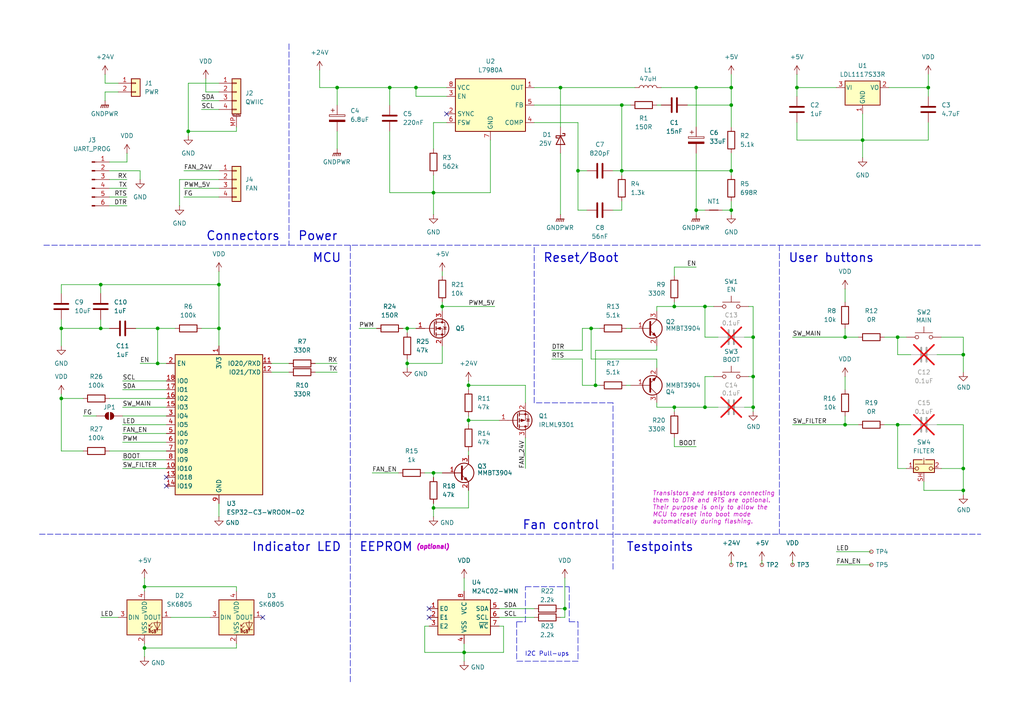
<source format=kicad_sch>
(kicad_sch (version 20231120) (generator "eeschema") (generator_version "8.0")
  (paper "A4")
  (title_block (title "Smart Uppatvind") (date "2024-07-18") (rev "1.1") (company "Petr Moucha") (comment 2 "Licensed under CERN-OHL-W v2"))
  (junction (at 180.34 49.53))
  (junction (at 134.62 189.23))
  (junction (at 204.47 88.9))
  (junction (at 218.44 118.11))
  (junction (at 212.09 25.4))
  (junction (at 260.35 97.79))
  (junction (at 180.34 30.48))
  (junction (at 125.73 147.32))
  (junction (at 120.65 25.4))
  (junction (at 128.27 88.9))
  (junction (at 195.58 88.9))
  (junction (at 172.72 111.76))
  (junction (at 163.83 176.53))
  (junction (at 201.93 60.96))
  (junction (at 279.4 102.87))
  (junction (at 167.64 49.53))
  (junction (at 125.73 137.16))
  (junction (at 212.09 60.96))
  (junction (at 135.89 121.92))
  (junction (at 279.4 142.24))
  (junction (at 125.73 55.88))
  (junction (at 41.91 187.96))
  (junction (at 54.61 38.1))
  (junction (at 245.11 123.19))
  (junction (at 63.5 82.55))
  (junction (at 279.4 135.89))
  (junction (at 218.44 109.22))
  (junction (at 135.89 111.76))
  (junction (at 29.21 82.55))
  (junction (at 245.11 97.79))
  (junction (at 63.5 95.25))
  (junction (at 204.47 118.11))
  (junction (at 17.78 115.57))
  (junction (at 201.93 25.4))
  (junction (at 231.14 25.4))
  (junction (at 45.72 95.25))
  (junction (at 269.24 25.4))
  (junction (at 29.21 95.25))
  (junction (at 118.11 95.25))
  (junction (at 17.78 95.25))
  (junction (at 118.11 105.41))
  (junction (at 218.44 97.79))
  (junction (at 162.56 25.4))
  (junction (at 195.58 118.11))
  (junction (at 260.35 123.19))
  (junction (at 212.09 49.53))
  (junction (at 171.45 95.25))
  (junction (at 212.09 30.48))
  (junction (at 45.72 105.41))
  (junction (at 41.91 170.18))
  (junction (at 250.19 40.64))
  (junction (at 97.79 25.4))
  (junction (at 113.03 25.4))
  (no_connect (at 124.46 179.07))
  (no_connect (at 48.26 138.43))
  (no_connect (at 124.46 176.53))
  (no_connect (at 129.54 33.02))
  (no_connect (at 48.26 140.97))
  (no_connect (at 76.2 179.07))
  (wire (pts (xy 267.97 142.24) (xy 279.4 142.24)))
  (wire (pts (xy 269.24 35.56) (xy 269.24 40.64)))
  (wire (pts (xy 201.93 44.45) (xy 201.93 60.96)))
  (wire (pts (xy 97.79 25.4) (xy 113.03 25.4)))
  (wire (pts (xy 52.07 52.07) (xy 63.5 52.07)))
  (wire (pts (xy 134.62 167.64) (xy 134.62 171.45)))
  (wire (pts (xy 212.09 21.59) (xy 212.09 25.4)))
  (wire (pts (xy 146.05 181.61) (xy 144.78 181.61)))
  (wire (pts (xy 242.57 163.83) (xy 252.73 163.83)))
  (wire (pts (xy 92.71 20.32) (xy 92.71 25.4)))
  (wire (pts (xy 173.99 111.76) (xy 172.72 111.76)))
  (wire (pts (xy 204.47 118.11) (xy 208.28 118.11)))
  (wire (pts (xy 29.21 179.07) (xy 34.29 179.07)))
  (wire (pts (xy 63.5 78.74) (xy 63.5 82.55)))
  (wire (pts (xy 269.24 40.64) (xy 250.19 40.64)))
  (wire (pts (xy 218.44 109.22) (xy 218.44 97.79)))
  (wire (pts (xy 49.53 179.07) (xy 60.96 179.07)))
  (wire (pts (xy 17.78 130.81) (xy 24.13 130.81)))
  (wire (pts (xy 125.73 137.16) (xy 125.73 138.43)))
  (wire (pts (xy 39.37 95.25) (xy 45.72 95.25)))
  (wire (pts (xy 218.44 118.11) (xy 215.9 118.11)))
  (wire (pts (xy 31.75 52.07) (xy 36.83 52.07)))
  (wire (pts (xy 118.11 95.25) (xy 120.65 95.25)))
  (wire (pts (xy 30.48 26.67) (xy 34.29 26.67)))
  (wire (pts (xy 218.44 109.22) (xy 218.44 118.11)))
  (wire (pts (xy 163.83 176.53) (xy 163.83 179.07)))
  (wire (pts (xy 17.78 95.25) (xy 29.21 95.25)))
  (wire (pts (xy 40.64 49.53) (xy 40.64 52.07)))
  (wire (pts (xy 144.78 176.53) (xy 154.94 176.53)))
  (wire (pts (xy 190.5 100.33) (xy 190.5 101.6)))
  (wire (pts (xy 35.56 135.89) (xy 48.26 135.89)))
  (wire (pts (xy 250.19 40.64) (xy 250.19 45.72)))
  (wire (pts (xy 120.65 25.4) (xy 129.54 25.4)))
  (polyline (pts (xy 177.8 116.84) (xy 154.94 116.84)) (stroke (width 0) (type dash)))
  (wire (pts (xy 30.48 29.21) (xy 30.48 26.67)))
  (wire (pts (xy 116.84 95.25) (xy 118.11 95.25)))
  (wire (pts (xy 172.72 101.6) (xy 172.72 111.76)))
  (wire (pts (xy 256.54 123.19) (xy 260.35 123.19)))
  (wire (pts (xy 204.47 88.9) (xy 204.47 97.79)))
  (wire (pts (xy 29.21 92.71) (xy 29.21 95.25)))
  (wire (pts (xy 195.58 118.11) (xy 204.47 118.11)))
  (wire (pts (xy 123.19 137.16) (xy 125.73 137.16)))
  (wire (pts (xy 190.5 101.6) (xy 172.72 101.6)))
  (wire (pts (xy 135.89 130.81) (xy 135.89 132.08)))
  (wire (pts (xy 128.27 88.9) (xy 143.51 88.9)))
  (wire (pts (xy 168.91 95.25) (xy 171.45 95.25)))
  (polyline (pts (xy 12.7 71.12) (xy 83.82 71.12)) (stroke (width 0) (type dash)))
  (wire (pts (xy 207.01 88.9) (xy 204.47 88.9)))
  (wire (pts (xy 279.4 142.24) (xy 279.4 143.51)))
  (wire (pts (xy 260.35 97.79) (xy 262.89 97.79)))
  (wire (pts (xy 269.24 21.59) (xy 269.24 25.4)))
  (wire (pts (xy 31.75 115.57) (xy 48.26 115.57)))
  (wire (pts (xy 162.56 44.45) (xy 162.56 62.23)))
  (polyline (pts (xy 149.86 180.34) (xy 152.4 180.34)) (stroke (width 0) (type dash)))
  (wire (pts (xy 195.58 127) (xy 195.58 129.54)))
  (wire (pts (xy 41.91 167.64) (xy 41.91 170.18)))
  (wire (pts (xy 177.8 60.96) (xy 180.34 60.96)))
  (wire (pts (xy 163.83 167.64) (xy 163.83 176.53)))
  (wire (pts (xy 53.34 49.53) (xy 63.5 49.53)))
  (wire (pts (xy 152.4 127) (xy 152.4 135.89)))
  (wire (pts (xy 212.09 44.45) (xy 212.09 49.53)))
  (polyline (pts (xy 101.6 154.94) (xy 100.33 154.94)) (stroke (width 0) (type dash)))
  (polyline (pts (xy 83.82 12.7) (xy 83.82 71.12)) (stroke (width 0) (type dash)))
  (wire (pts (xy 162.56 25.4) (xy 184.15 25.4)))
  (wire (pts (xy 220.98 162.56) (xy 220.98 163.83)))
  (wire (pts (xy 195.58 88.9) (xy 195.58 87.63)))
  (wire (pts (xy 59.69 22.86) (xy 59.69 26.67)))
  (wire (pts (xy 135.89 123.19) (xy 135.89 121.92)))
  (wire (pts (xy 35.56 128.27) (xy 48.26 128.27)))
  (wire (pts (xy 152.4 116.84) (xy 152.4 111.76)))
  (wire (pts (xy 201.93 60.96) (xy 204.47 60.96)))
  (wire (pts (xy 273.05 97.79) (xy 279.4 97.79)))
  (wire (pts (xy 146.05 189.23) (xy 134.62 189.23)))
  (wire (pts (xy 195.58 119.38) (xy 195.58 118.11)))
  (wire (pts (xy 68.58 170.18) (xy 41.91 170.18)))
  (wire (pts (xy 279.4 135.89) (xy 279.4 142.24)))
  (wire (pts (xy 31.75 49.53) (xy 40.64 49.53)))
  (wire (pts (xy 201.93 60.96) (xy 201.93 62.23)))
  (wire (pts (xy 41.91 186.69) (xy 41.91 187.96)))
  (wire (pts (xy 124.46 181.61) (xy 123.19 181.61)))
  (wire (pts (xy 134.62 189.23) (xy 134.62 191.77)))
  (wire (pts (xy 257.81 25.4) (xy 269.24 25.4)))
  (wire (pts (xy 68.58 38.1) (xy 54.61 38.1)))
  (wire (pts (xy 181.61 111.76) (xy 182.88 111.76)))
  (wire (pts (xy 245.11 83.82) (xy 245.11 87.63)))
  (wire (pts (xy 36.83 44.45) (xy 36.83 46.99)))
  (wire (pts (xy 54.61 38.1) (xy 54.61 39.37)))
  (wire (pts (xy 195.58 77.47) (xy 201.93 77.47)))
  (wire (pts (xy 245.11 120.65) (xy 245.11 123.19)))
  (wire (pts (xy 190.5 116.84) (xy 190.5 118.11)))
  (wire (pts (xy 17.78 82.55) (xy 29.21 82.55)))
  (wire (pts (xy 190.5 90.17) (xy 190.5 88.9)))
  (wire (pts (xy 29.21 82.55) (xy 63.5 82.55)))
  (wire (pts (xy 212.09 162.56) (xy 212.09 163.83)))
  (wire (pts (xy 63.5 82.55) (xy 63.5 95.25)))
  (wire (pts (xy 45.72 105.41) (xy 48.26 105.41)))
  (wire (pts (xy 167.64 49.53) (xy 167.64 60.96)))
  (wire (pts (xy 58.42 31.75) (xy 63.5 31.75)))
  (wire (pts (xy 171.45 95.25) (xy 173.99 95.25)))
  (wire (pts (xy 146.05 181.61) (xy 146.05 189.23)))
  (wire (pts (xy 35.56 120.65) (xy 48.26 120.65)))
  (wire (pts (xy 212.09 30.48) (xy 212.09 36.83)))
  (wire (pts (xy 35.56 133.35) (xy 48.26 133.35)))
  (wire (pts (xy 260.35 135.89) (xy 262.89 135.89)))
  (wire (pts (xy 229.87 97.79) (xy 245.11 97.79)))
  (wire (pts (xy 125.73 146.05) (xy 125.73 147.32)))
  (wire (pts (xy 144.78 179.07) (xy 154.94 179.07)))
  (wire (pts (xy 204.47 97.79) (xy 208.28 97.79)))
  (wire (pts (xy 78.74 105.41) (xy 83.82 105.41)))
  (wire (pts (xy 63.5 95.25) (xy 63.5 100.33)))
  (wire (pts (xy 271.78 102.87) (xy 279.4 102.87)))
  (wire (pts (xy 190.5 30.48) (xy 191.77 30.48)))
  (polyline (pts (xy 167.64 180.34) (xy 167.64 191.77)) (stroke (width 0) (type dash)))
  (wire (pts (xy 134.62 186.69) (xy 134.62 189.23)))
  (wire (pts (xy 68.58 171.45) (xy 68.58 170.18)))
  (wire (pts (xy 63.5 146.05) (xy 63.5 149.86)))
  (wire (pts (xy 279.4 123.19) (xy 279.4 135.89)))
  (polyline (pts (xy 149.86 180.34) (xy 149.86 191.77)) (stroke (width 0) (type dash)))
  (wire (pts (xy 182.88 95.25) (xy 181.61 95.25)))
  (wire (pts (xy 31.75 59.69) (xy 36.83 59.69)))
  (wire (pts (xy 125.73 50.8) (xy 125.73 55.88)))
  (wire (pts (xy 154.94 35.56) (xy 167.64 35.56)))
  (wire (pts (xy 17.78 114.3) (xy 17.78 115.57)))
  (polyline (pts (xy 154.94 116.84) (xy 154.94 71.12)) (stroke (width 0) (type dash)))
  (wire (pts (xy 97.79 38.1) (xy 97.79 43.18)))
  (wire (pts (xy 63.5 24.13) (xy 54.61 24.13)))
  (wire (pts (xy 201.93 25.4) (xy 201.93 36.83)))
  (wire (pts (xy 128.27 88.9) (xy 128.27 90.17)))
  (wire (pts (xy 245.11 109.22) (xy 245.11 113.03)))
  (wire (pts (xy 190.5 88.9) (xy 195.58 88.9)))
  (wire (pts (xy 113.03 38.1) (xy 113.03 55.88)))
  (wire (pts (xy 78.74 107.95) (xy 83.82 107.95)))
  (wire (pts (xy 180.34 49.53) (xy 212.09 49.53)))
  (wire (pts (xy 128.27 87.63) (xy 128.27 88.9)))
  (polyline (pts (xy 167.64 191.77) (xy 149.86 191.77)) (stroke (width 0) (type dash)))
  (polyline (pts (xy 152.4 180.34) (xy 152.4 170.18)) (stroke (width 0) (type dash)))
  (wire (pts (xy 204.47 109.22) (xy 207.01 109.22)))
  (wire (pts (xy 68.58 187.96) (xy 41.91 187.96)))
  (wire (pts (xy 269.24 25.4) (xy 269.24 27.94)))
  (wire (pts (xy 113.03 25.4) (xy 120.65 25.4)))
  (wire (pts (xy 229.87 163.83) (xy 229.87 162.56)))
  (wire (pts (xy 231.14 40.64) (xy 250.19 40.64)))
  (wire (pts (xy 217.17 109.22) (xy 218.44 109.22)))
  (wire (pts (xy 35.56 113.03) (xy 48.26 113.03)))
  (wire (pts (xy 245.11 123.19) (xy 248.92 123.19)))
  (wire (pts (xy 279.4 102.87) (xy 279.4 107.95)))
  (wire (pts (xy 31.75 130.81) (xy 48.26 130.81)))
  (wire (pts (xy 68.58 36.83) (xy 68.58 38.1)))
  (wire (pts (xy 180.34 49.53) (xy 180.34 50.8)))
  (wire (pts (xy 162.56 179.07) (xy 163.83 179.07)))
  (wire (pts (xy 135.89 147.32) (xy 125.73 147.32)))
  (wire (pts (xy 231.14 25.4) (xy 242.57 25.4)))
  (wire (pts (xy 218.44 119.38) (xy 218.44 118.11)))
  (wire (pts (xy 125.73 35.56) (xy 125.73 43.18)))
  (wire (pts (xy 29.21 82.55) (xy 29.21 85.09)))
  (wire (pts (xy 113.03 25.4) (xy 113.03 30.48)))
  (wire (pts (xy 58.42 29.21) (xy 63.5 29.21)))
  (polyline (pts (xy 83.82 71.12) (xy 284.48 71.12)) (stroke (width 0) (type dash)))
  (wire (pts (xy 267.97 139.7) (xy 267.97 142.24)))
  (wire (pts (xy 128.27 105.41) (xy 118.11 105.41)))
  (wire (pts (xy 125.73 137.16) (xy 128.27 137.16)))
  (wire (pts (xy 167.64 49.53) (xy 170.18 49.53)))
  (polyline (pts (xy 165.1 180.34) (xy 167.64 180.34)) (stroke (width 0) (type dash)))
  (wire (pts (xy 91.44 105.41) (xy 97.79 105.41)))
  (wire (pts (xy 113.03 55.88) (xy 125.73 55.88)))
  (wire (pts (xy 118.11 105.41) (xy 118.11 104.14)))
  (wire (pts (xy 135.89 111.76) (xy 152.4 111.76)))
  (wire (pts (xy 171.45 95.25) (xy 171.45 104.14)))
  (wire (pts (xy 162.56 176.53) (xy 163.83 176.53)))
  (polyline (pts (xy 226.06 71.12) (xy 226.06 154.94)) (stroke (width 0) (type dash)))
  (wire (pts (xy 191.77 25.4) (xy 201.93 25.4)))
  (wire (pts (xy 167.64 35.56) (xy 167.64 49.53)))
  (wire (pts (xy 41.91 170.18) (xy 41.91 171.45)))
  (wire (pts (xy 171.45 104.14) (xy 190.5 104.14)))
  (wire (pts (xy 195.58 129.54) (xy 201.93 129.54)))
  (wire (pts (xy 231.14 35.56) (xy 231.14 40.64)))
  (wire (pts (xy 58.42 95.25) (xy 63.5 95.25)))
  (wire (pts (xy 229.87 123.19) (xy 245.11 123.19)))
  (wire (pts (xy 68.58 186.69) (xy 68.58 187.96)))
  (wire (pts (xy 31.75 54.61) (xy 36.83 54.61)))
  (wire (pts (xy 231.14 25.4) (xy 231.14 27.94)))
  (wire (pts (xy 212.09 49.53) (xy 212.09 50.8)))
  (wire (pts (xy 201.93 25.4) (xy 212.09 25.4)))
  (wire (pts (xy 135.89 110.49) (xy 135.89 111.76)))
  (wire (pts (xy 135.89 142.24) (xy 135.89 147.32)))
  (wire (pts (xy 129.54 27.94) (xy 120.65 27.94)))
  (wire (pts (xy 190.5 118.11) (xy 195.58 118.11)))
  (wire (pts (xy 17.78 85.09) (xy 17.78 82.55)))
  (wire (pts (xy 260.35 123.19) (xy 260.35 135.89)))
  (wire (pts (xy 273.05 135.89) (xy 279.4 135.89)))
  (wire (pts (xy 142.24 55.88) (xy 125.73 55.88)))
  (wire (pts (xy 92.71 25.4) (xy 97.79 25.4)))
  (wire (pts (xy 35.56 110.49) (xy 48.26 110.49)))
  (wire (pts (xy 59.69 26.67) (xy 63.5 26.67)))
  (wire (pts (xy 17.78 95.25) (xy 17.78 100.33)))
  (wire (pts (xy 120.65 27.94) (xy 120.65 25.4)))
  (wire (pts (xy 17.78 92.71) (xy 17.78 95.25)))
  (wire (pts (xy 199.39 30.48) (xy 212.09 30.48)))
  (wire (pts (xy 135.89 121.92) (xy 144.78 121.92)))
  (wire (pts (xy 53.34 57.15) (xy 63.5 57.15)))
  (wire (pts (xy 17.78 115.57) (xy 24.13 115.57)))
  (wire (pts (xy 190.5 104.14) (xy 190.5 106.68)))
  (wire (pts (xy 260.35 102.87) (xy 260.35 97.79)))
  (wire (pts (xy 264.16 102.87) (xy 260.35 102.87)))
  (polyline (pts (xy 101.6 154.94) (xy 101.6 198.12)) (stroke (width 0) (type dash)))
  (wire (pts (xy 107.95 137.16) (xy 115.57 137.16)))
  (wire (pts (xy 142.24 40.64) (xy 142.24 55.88)))
  (wire (pts (xy 168.91 101.6) (xy 160.02 101.6)))
  (wire (pts (xy 30.48 24.13) (xy 34.29 24.13)))
  (wire (pts (xy 36.83 46.99) (xy 31.75 46.99)))
  (wire (pts (xy 54.61 24.13) (xy 54.61 38.1)))
  (wire (pts (xy 217.17 88.9) (xy 218.44 88.9)))
  (wire (pts (xy 52.07 52.07) (xy 52.07 59.69)))
  (wire (pts (xy 128.27 100.33) (xy 128.27 105.41)))
  (wire (pts (xy 212.09 25.4) (xy 212.09 30.48)))
  (wire (pts (xy 162.56 25.4) (xy 162.56 36.83)))
  (wire (pts (xy 215.9 97.79) (xy 218.44 97.79)))
  (wire (pts (xy 123.19 189.23) (xy 134.62 189.23)))
  (wire (pts (xy 256.54 97.79) (xy 260.35 97.79)))
  (wire (pts (xy 30.48 21.59) (xy 30.48 24.13)))
  (polyline (pts (xy 101.6 71.12) (xy 101.6 154.94)) (stroke (width 0) (type dash)))
  (wire (pts (xy 91.44 107.95) (xy 97.79 107.95)))
  (wire (pts (xy 24.13 120.65) (xy 27.94 120.65)))
  (wire (pts (xy 31.75 57.15) (xy 36.83 57.15)))
  (wire (pts (xy 135.89 120.65) (xy 135.89 121.92)))
  (wire (pts (xy 212.09 58.42) (xy 212.09 60.96)))
  (wire (pts (xy 118.11 106.68) (xy 118.11 105.41)))
  (wire (pts (xy 195.58 80.01) (xy 195.58 77.47)))
  (polyline (pts (xy 152.4 170.18) (xy 165.1 170.18)) (stroke (width 0) (type dash)))
  (wire (pts (xy 212.09 60.96) (xy 212.09 62.23)))
  (polyline (pts (xy 165.1 170.18) (xy 165.1 180.34)) (stroke (width 0) (type dash)))
  (wire (pts (xy 35.56 125.73) (xy 48.26 125.73)))
  (wire (pts (xy 264.16 123.19) (xy 260.35 123.19)))
  (wire (pts (xy 218.44 88.9) (xy 218.44 97.79)))
  (wire (pts (xy 17.78 115.57) (xy 17.78 130.81)))
  (polyline (pts (xy 11.43 154.94) (xy 284.48 154.94)) (stroke (width 0) (type dash)))
  (wire (pts (xy 154.94 30.48) (xy 180.34 30.48)))
  (wire (pts (xy 204.47 118.11) (xy 204.47 109.22)))
  (wire (pts (xy 40.64 105.41) (xy 45.72 105.41)))
  (wire (pts (xy 45.72 95.25) (xy 45.72 105.41)))
  (wire (pts (xy 104.14 95.25) (xy 109.22 95.25)))
  (wire (pts (xy 209.55 60.96) (xy 212.09 60.96)))
  (wire (pts (xy 125.73 55.88) (xy 125.73 62.23)))
  (wire (pts (xy 154.94 25.4) (xy 162.56 25.4)))
  (wire (pts (xy 129.54 35.56) (xy 125.73 35.56)))
  (wire (pts (xy 172.72 111.76) (xy 168.91 111.76)))
  (wire (pts (xy 279.4 97.79) (xy 279.4 102.87)))
  (wire (pts (xy 180.34 60.96) (xy 180.34 58.42)))
  (wire (pts (xy 250.19 33.02) (xy 250.19 40.64)))
  (wire (pts (xy 245.11 95.25) (xy 245.11 97.79)))
  (wire (pts (xy 29.21 95.25) (xy 31.75 95.25)))
  (wire (pts (xy 271.78 123.19) (xy 279.4 123.19)))
  (wire (pts (xy 118.11 95.25) (xy 118.11 96.52)))
  (wire (pts (xy 245.11 97.79) (xy 248.92 97.79)))
  (wire (pts (xy 168.91 104.14) (xy 168.91 111.76)))
  (wire (pts (xy 97.79 25.4) (xy 97.79 30.48)))
  (wire (pts (xy 168.91 95.25) (xy 168.91 101.6)))
  (wire (pts (xy 242.57 160.02) (xy 252.73 160.02)))
  (wire (pts (xy 35.56 123.19) (xy 48.26 123.19)))
  (wire (pts (xy 180.34 30.48) (xy 180.34 49.53)))
  (wire (pts (xy 195.58 88.9) (xy 204.47 88.9)))
  (polyline (pts (xy 177.8 165.1) (xy 177.8 116.84)) (stroke (width 0) (type dash)))
  (wire (pts (xy 160.02 104.14) (xy 168.91 104.14)))
  (wire (pts (xy 231.14 21.59) (xy 231.14 25.4)))
  (wire (pts (xy 135.89 111.76) (xy 135.89 113.03)))
  (wire (pts (xy 177.8 49.53) (xy 180.34 49.53)))
  (wire (pts (xy 123.19 181.61) (xy 123.19 189.23)))
  (wire (pts (xy 45.72 95.25) (xy 50.8 95.25)))
  (wire (pts (xy 180.34 30.48) (xy 182.88 30.48)))
  (wire (pts (xy 35.56 118.11) (xy 48.26 118.11)))
  (wire (pts (xy 125.73 147.32) (xy 125.73 149.86)))
  (wire (pts (xy 167.64 60.96) (xy 170.18 60.96)))
  (wire (pts (xy 53.34 54.61) (xy 63.5 54.61)))
  (wire (pts (xy 41.91 187.96) (xy 41.91 190.5)))
  (wire (pts (xy 128.27 78.74) (xy 128.27 80.01)))
  (text "Connectors" (at 81.28 68.58 0) (effects (font (size 2.54 2.54) (thickness 0.3175)) (justify right)))
  (text "(optional)" (at 120.65 158.75 0) (effects (font (size 1.27 1.27) (thickness 0.3175) (italic yes)) (justify left)))
  (text "Reset/Boot" (at 157.48 74.93 0) (effects (font (size 2.54 2.54) (thickness 0.3175)) (justify left)))
  (text "Testpoints" (at 181.61 158.75 0) (effects (font (size 2.54 2.54) (thickness 0.3175)) (justify left)))
  (text "EEPROM " (at 104.14 158.75 0) (effects (font (size 2.54 2.54) (thickness 0.3175)) (justify left)))
  (text "Power" (at 86.36 68.58 0) (effects (font (size 2.54 2.54) (thickness 0.3175)) (justify left)))
  (text "MCU" (at 99.06 74.93 0) (effects (font (size 2.54 2.54) (thickness 0.3175)) (justify right)))
  (text "Fan control" (at 173.99 152.4 0) (effects (font (size 2.54 2.54) (thickness 0.3175)) (justify right)))
  (text "Transistors and resistors connecting \nthem to DTR and RTS are optional.\nTheir purpose is only to allow the \nMCU to reset into boot mode \nautomatically during flashing." (at 189.23 147.32 0) (effects (font (size 1.27 1.27) (italic yes)) (justify left)))
  (text "I2C Pull-ups" (at 165.1 190.5 0) (effects (font (size 1.27 1.27)) (justify right bottom)))
  (text "Indicator LED" (at 99.06 158.75 0) (effects (font (size 2.54 2.54) (thickness 0.3175)) (justify right)))
  (text "User buttons" (at 228.6 74.93 0) (effects (font (size 2.54 2.54) (thickness 0.3175)) (justify left)))
  (label "DTR" (at 160.02 101.6 0))
  (label "LED" (at 242.57 160.02 0))
  (label "BOOT" (at 35.56 133.35 0))
  (label "LED" (at 35.56 123.19 0))
  (label "FAN_24V" (at 152.4 135.89 90))
  (label "FAN_EN" (at 242.57 163.83 0))
  (label "DTR" (at 36.83 59.69 180))
  (label "PWM_5V" (at 53.34 54.61 0))
  (label "RX" (at 97.79 105.41 180))
  (label "SDA" (at 58.42 29.21 0))
  (label "TX" (at 36.83 54.61 180))
  (label "EN" (at 201.93 77.47 180))
  (label "FG" (at 24.13 120.65 0))
  (label "PWM" (at 104.14 95.25 0))
  (label "SW_FILTER" (at 229.87 123.19 0))
  (label "SCL" (at 149.86 179.07 180))
  (label "FG" (at 53.34 57.15 0))
  (label "LED" (at 29.21 179.07 0))
  (label "SCL" (at 35.56 110.49 0))
  (label "RX" (at 36.83 52.07 180))
  (label "FAN_EN" (at 107.95 137.16 0))
  (label "TX" (at 97.79 107.95 180))
  (label "FAN_24V" (at 53.34 49.53 0))
  (label "PWM_5V" (at 143.51 88.9 180))
  (label "SCL" (at 58.42 31.75 0))
  (label "EN" (at 40.64 105.41 0))
  (label "FAN_EN" (at 35.56 125.73 0))
  (label "RTS" (at 160.02 104.14 0))
  (label "SW_MAIN" (at 229.87 97.79 0))
  (label "BOOT" (at 201.93 129.54 180))
  (label "RTS" (at 36.83 57.15 180))
  (label "SW_FILTER" (at 35.56 135.89 0))
  (label "SDA" (at 149.86 176.53 180))
  (label "PWM" (at 35.56 128.27 0))
  (label "SW_MAIN" (at 35.56 118.11 0))
  (label "SDA" (at 35.56 113.03 0))
  (symbol (lib_id "Device:C_Polarized") (at 97.79 34.29 0) (unit 1)
    (property "Reference" "C4" (at 101.6 32.1309 0) (effects (justify left)))
    (property "Value" "6.8uF" (at 101.6 34.6709 0) (effects (justify left)))
    (property "Footprint" "Capacitor_THT:C_Radial_D8.0mm_H7.0mm_P3.50mm" (effects (hide yes)))
    (property "Description" "Polarized capacitor" (effects (hide yes)))
  )
  (symbol (lib_id "Device:R") (at 245.11 116.84 0) (unit 1)
    (property "Reference" "R16" (at 242.57 115.5699 0) (effects (justify right)))
    (property "Value" "10k" (at 242.57 118.1099 0) (effects (justify right)))
    (property "Footprint" "Resistor_SMD:R_0805_2012Metric" (effects (hide yes)))
    (property "Description" "Resistor" (effects (hide yes)))
  )
  (symbol (lib_id "Transistor_BJT:MMBT3904") (at 187.96 95.25 0) (unit 1)
    (property "Reference" "Q2" (at 193.04 93.345 0) (effects (justify left)))
    (property "Value" "MMBT3904" (at 193.04 95.25 0) (effects (justify left)))
    (property "Footprint" "Package_TO_SOT_SMD:SOT-23" (effects (hide yes)))
    (property "Datasheet" "https://www.onsemi.com/pdf/datasheet/pzt3904-d.pdf" (effects (hide yes)))
    (property "Description" "0.2A Ic, 40V Vce, Small Signal NPN Transistor, SOT-23" (effects (hide yes)))
  )
  (symbol (lib_id "Device:R") (at 128.27 83.82 0) (unit 1)
    (property "Reference" "R21" (at 130.81 82.55 0) (effects (justify left)))
    (property "Value" "10k" (at 130.81 85.09 0) (effects (justify left)))
    (property "Footprint" "Resistor_SMD:R_0805_2012Metric" (effects (hide yes)))
    (property "Description" "Resistor" (effects (hide yes)))
  )
  (symbol (lib_id "power:GND") (at 279.4 143.51 0) (unit 1)
    (property "Reference" "#PWR026" (effects (hide yes)))
    (property "Value" "GND" (at 279.527 147.9042 0))
  )
  (symbol (lib_id "Device:R") (at 186.69 30.48 90) (unit 1)
    (property "Reference" "R1" (at 186.69 34.29 90))
    (property "Value" "150R" (at 186.69 36.83 90))
    (property "Footprint" "Resistor_SMD:R_0805_2012Metric" (effects (hide yes)))
    (property "Description" "Resistor" (effects (hide yes)))
  )
  (symbol (lib_id "power:GND") (at 118.11 106.68 0) (unit 1)
    (property "Reference" "#PWR033" (effects (hide yes)))
    (property "Value" "GND" (at 120.0151 108.429 0) (effects (justify left)))
  )
  (symbol (lib_id "power:GND") (at 212.09 62.23 0) (unit 1)
    (property "Reference" "#PWR017" (effects (hide yes)))
    (property "Value" "GND" (at 212.09 67.31 0))
    (property "Description" "Power symbol creates a global label with name \"GND\" , ground" (effects (hide yes)))
  )
  (symbol (lib_id "power:VDD") (at 163.83 167.64 0) (mirror y) (unit 1)
    (property "Reference" "#PWR031" (effects (hide yes)))
    (property "Value" "VDD" (at 163.83 162.56 0))
  )
  (symbol (lib_id "Device:R") (at 212.09 54.61 180) (unit 1)
    (property "Reference" "R5" (at 214.63 53.3399 0) (effects (justify right)))
    (property "Value" "698R" (at 214.63 55.8799 0) (effects (justify right)))
    (property "Footprint" "Resistor_SMD:R_0805_2012Metric" (effects (hide yes)))
    (property "Description" "Resistor" (effects (hide yes)))
  )
  (symbol (lib_id "Device:R") (at 180.34 54.61 180) (unit 1)
    (property "Reference" "R4" (at 182.88 53.3399 0) (effects (justify right)))
    (property "Value" "1.3k" (at 182.88 55.8799 0) (effects (justify right)))
    (property "Footprint" "Resistor_SMD:R_0805_2012Metric" (effects (hide yes)))
    (property "Description" "Resistor" (effects (hide yes)))
  )
  (symbol (lib_id "power:GND") (at 218.44 119.38 0) (unit 1)
    (property "Reference" "#PWR024" (effects (hide yes)))
    (property "Value" "GND" (at 218.567 123.7742 0))
  )
  (symbol (lib_id "Moucha_Chip:LDL1117S33R") (at 250.19 25.4 0) (unit 1)
    (property "Reference" "U1" (at 250.19 19.05 0))
    (property "Value" "LDL1117S33R" (at 250.19 21.59 0))
    (property "Footprint" "Package_TO_SOT_SMD:SOT-223-3_TabPin2" (effects (hide yes)))
    (property "Datasheet" "https://www.st.com/resource/en/datasheet/ldl1117.pdf" (effects (hide yes)))
    (property "Description" "1.2A 18V Fixed LDO Linear Regulator, 3.3V, SOT-223" (effects (hide yes)))
  )
  (symbol (lib_id "RF_Module:ESP32-C3-WROOM-02") (at 63.5 123.19 0) (unit 1)
    (property "Reference" "U3" (at 65.6941 146.05 0) (effects (justify left)))
    (property "Value" "ESP32-C3-WROOM-02" (at 65.6941 148.59 0) (effects (justify left)))
    (property "Footprint" "Moucha_Modules:ESP32-CX-WROOM-02" (effects (hide yes)))
    (property "Datasheet" "https://www.espressif.com/sites/default/files/documentation/esp32-c3-wroom-02_datasheet_en.pdf" (effects (hide yes)))
    (property "Description" "802.11 b/g/n Wi­Fi and Bluetooth 5 module, ESP32­C3 SoC, RISC­V microprocessor, On-board antenna" (effects (hide yes)))
  )
  (symbol (lib_id "Regulator_Switching:L7980A") (at 142.24 30.48 0) (unit 1)
    (property "Reference" "U2" (at 142.24 17.78 0))
    (property "Value" "L7980A" (at 142.24 20.32 0))
    (property "Footprint" "Package_SO:HSOP-8-1EP_3.9x4.9mm_P1.27mm_EP2.3x2.3mm" (effects (hide yes)))
    (property "Datasheet" "https://www.st.com/resource/en/datasheet/l7980.pdf" (effects (hide yes)))
    (property "Description" "2A step down switching regulator, HSOP-8" (effects (hide yes)))
  )
  (symbol (lib_id "power:+24V") (at 212.09 162.56 0) (unit 1)
    (property "Reference" "#PWR038" (effects (hide yes)))
    (property "Value" "+24V" (at 212.09 157.48 0))
    (property "Description" "Power symbol creates a global label with name \"+24V\"" (effects (hide yes)))
  )
  (symbol (lib_id "Device:R") (at 158.75 176.53 270) (mirror x) (unit 1)
    (property "Reference" "R22" (at 158.75 171.45 90))
    (property "Value" "2.2k" (at 158.75 173.99 90))
    (property "Footprint" "Resistor_SMD:R_0805_2012Metric" (effects (hide yes)))
    (property "Description" "Resistor" (effects (hide yes)))
  )
  (symbol (lib_id "power:GND") (at 279.4 107.95 0) (unit 1)
    (property "Reference" "#PWR022" (effects (hide yes)))
    (property "Value" "GND" (at 279.527 112.3442 0))
  )
  (symbol (lib_id "Jumper:SolderJumper_2_Open") (at 31.75 120.65 0) (unit 1) (exclude_from_sim yes) (in_bom no)
    (property "Reference" "JP1" (at 31.75 118.11 0))
    (property "Value" "SolderJumper_2_Open" (effects (hide yes)))
    (property "Footprint" "Jumper:SolderJumper-2_P1.3mm_Open_RoundedPad1.0x1.5mm" (effects (hide yes)))
    (property "Description" "Solder Jumper, 2-pole, open" (effects (hide yes)))
  )
  (symbol (lib_id "power:VDD") (at 59.69 22.86 0) (unit 1)
    (property "Reference" "#PWR06" (effects (hide yes)))
    (property "Value" "VDD" (at 59.69 17.78 0))
    (property "Description" "Power symbol creates a global label with name \"VDD\"" (effects (hide yes)))
  )
  (symbol (lib_id "Connector:TestPoint_Small") (at 212.09 163.83 0) (unit 1)
    (property "Reference" "TP1" (at 213.36 163.8299 0) (effects (justify left)))
    (property "Value" "VIN" (effects (hide yes)))
    (property "Footprint" "TestPoint:TestPoint_THTPad_1.0x1.0mm_Drill0.5mm" (effects (hide yes)))
    (property "Description" "test point" (effects (hide yes)))
  )
  (symbol (lib_id "Device:Q_NMOS_GSD") (at 125.73 95.25 0) (unit 1)
    (property "Reference" "Q5" (at 132.08 95.2499 0) (effects (justify left)))
    (property "Value" "Q_NMOS_GSD" (effects (hide yes)))
    (property "Footprint" "Package_TO_SOT_SMD:SOT-23" (effects (hide yes)))
  )
  (symbol (lib_id "Device:C") (at 212.09 97.79 270) (unit 1) (dnp yes)
    (property "Reference" "C13" (at 212.09 91.3892 90))
    (property "Value" "0.1uF" (at 212.09 93.7006 90))
    (property "Footprint" "Capacitor_SMD:C_0805_2012Metric" (effects (hide yes)))
  )
  (symbol (lib_id "Device:C_Polarized") (at 201.93 40.64 0) (unit 1)
    (property "Reference" "C6" (at 205.74 38.4809 0) (effects (justify left)))
    (property "Value" "33uF" (at 205.74 41.0209 0) (effects (justify left)))
    (property "Footprint" "Capacitor_SMD:CP_Elec_5x5.9" (effects (hide yes)))
    (property "Description" "Polarized capacitor" (effects (hide yes)))
  )
  (symbol (lib_id "power:GND") (at 52.07 59.69 0) (unit 1)
    (property "Reference" "#PWR013" (effects (hide yes)))
    (property "Value" "GND" (at 52.07 64.77 0))
    (property "Description" "Power symbol creates a global label with name \"GND\" , ground" (effects (hide yes)))
  )
  (symbol (lib_id "Transistor_BJT:MMBT3904") (at 133.35 137.16 0) (unit 1)
    (property "Reference" "Q3" (at 138.43 135.255 0) (effects (justify left)))
    (property "Value" "MMBT3904" (at 138.43 137.16 0) (effects (justify left)))
    (property "Footprint" "Package_TO_SOT_SMD:SOT-23" (effects (hide yes)))
    (property "Datasheet" "https://www.onsemi.com/pdf/datasheet/pzt3904-d.pdf" (effects (hide yes)))
    (property "Description" "0.2A Ic, 40V Vce, Small Signal NPN Transistor, SOT-23" (effects (hide yes)))
  )
  (symbol (lib_id "Switch:SW_Push") (at 212.09 88.9 0) (unit 1)
    (property "Reference" "SW1" (at 212.09 81.661 0))
    (property "Value" "EN" (at 212.09 83.9724 0))
    (property "Footprint" "Moucha_Primitives:SW_Push_1P1T_Vertical_3x4mm" (effects (hide yes)))
    (property "LCSC" "C589212" (effects (hide yes)))
  )
  (symbol (lib_id "Device:C") (at 173.99 49.53 90) (unit 1)
    (property "Reference" "C7" (at 173.99 41.91 90))
    (property "Value" "820pF" (at 173.99 44.45 90))
    (property "Footprint" "Capacitor_SMD:C_0805_2012Metric" (effects (hide yes)))
    (property "Description" "Unpolarized capacitor" (effects (hide yes)))
  )
  (symbol (lib_id "LED:SK6805") (at 41.91 179.07 0) (unit 1)
    (property "Reference" "D2" (at 52.07 172.7514 0))
    (property "Value" "SK6805" (at 52.07 175.2914 0))
    (property "Footprint" "Moucha_Primitives:LED_SK6805_EC14_1.4x1.4mm" (effects (hide yes)))
    (property "Datasheet" "https://cdn-shop.adafruit.com/product-files/3484/3484_Datasheet.pdf" (effects (hide yes)))
    (property "Description" "RGB LED with integrated controller" (effects (hide yes)))
  )
  (symbol (lib_id "power:+24V") (at 92.71 20.32 0) (unit 1)
    (property "Reference" "#PWR01" (effects (hide yes)))
    (property "Value" "+24V" (at 92.71 15.24 0))
    (property "Description" "Power symbol creates a global label with name \"+24V\"" (effects (hide yes)))
  )
  (symbol (lib_id "Device:R") (at 212.09 40.64 180) (unit 1)
    (property "Reference" "R2" (at 214.63 39.3699 0) (effects (justify right)))
    (property "Value" "5.1k" (at 214.63 41.9099 0) (effects (justify right)))
    (property "Footprint" "Resistor_SMD:R_0805_2012Metric" (effects (hide yes)))
    (property "Description" "Resistor" (effects (hide yes)))
  )
  (symbol (lib_id "Device:C") (at 195.58 30.48 90) (unit 1)
    (property "Reference" "C1" (at 195.58 35.56 90))
    (property "Value" "15nF" (at 195.58 38.1 90))
    (property "Footprint" "Capacitor_SMD:C_0805_2012Metric" (effects (hide yes)))
    (property "Description" "Unpolarized capacitor" (effects (hide yes)))
  )
  (symbol (lib_id "Device:R") (at 245.11 91.44 0) (unit 1)
    (property "Reference" "R8" (at 242.57 90.1699 0) (effects (justify right)))
    (property "Value" "10k" (at 242.57 92.7099 0) (effects (justify right)))
    (property "Footprint" "Resistor_SMD:R_0805_2012Metric" (effects (hide yes)))
    (property "Description" "Resistor" (effects (hide yes)))
  )
  (symbol (lib_id "Transistor_BJT:MMBT3904") (at 187.96 111.76 0) (mirror x) (unit 1)
    (property "Reference" "Q4" (at 193.04 113.665 0) (effects (justify left)))
    (property "Value" "MMBT3904" (at 193.04 111.76 0) (effects (justify left)))
    (property "Footprint" "Package_TO_SOT_SMD:SOT-23" (effects (hide yes)))
    (property "Datasheet" "https://www.onsemi.com/pdf/datasheet/pzt3904-d.pdf" (effects (hide yes)))
    (property "Description" "0.2A Ic, 40V Vce, Small Signal NPN Transistor, SOT-23" (effects (hide yes)))
  )
  (symbol (lib_id "Connector_Generic_MountingPin:Conn_01x04_MountingPin") (at 68.58 26.67 0) (unit 1)
    (property "Reference" "J2" (at 71.12 27.0255 0) (effects (justify left)))
    (property "Value" "QWIIC" (at 71.12 29.5655 0) (effects (justify left)))
    (property "Footprint" "Connector_JST:JST_SH_SM04B-SRSS-TB_1x04-1MP_P1.00mm_Horizontal" (effects (hide yes)))
    (property "Description" "Generic connectable mounting pin connector, single row, 01x04, script generated (kicad-library-utils/schlib/autogen/connector/)" (effects (hide yes)))
  )
  (symbol (lib_id "power:GND") (at 63.5 149.86 0) (unit 1)
    (property "Reference" "#PWR027" (effects (hide yes)))
    (property "Value" "GND" (at 65.4051 151.609 0) (effects (justify left)))
  )
  (symbol (lib_id "Device:R") (at 87.63 107.95 90) (unit 1)
    (property "Reference" "R10" (at 87.63 111.76 90))
    (property "Value" "330R" (at 87.63 114.3 90))
    (property "Footprint" "Resistor_SMD:R_0805_2012Metric" (effects (hide yes)))
    (property "LCSC" "C25104" (effects (hide yes)))
  )
  (symbol (lib_id "power:GND") (at 17.78 100.33 0) (unit 1)
    (property "Reference" "#PWR020" (effects (hide yes)))
    (property "Value" "GND" (at 17.78 105.41 0))
    (property "Description" "Power symbol creates a global label with name \"GND\" , ground" (effects (hide yes)))
  )
  (symbol (lib_id "Device:R") (at 87.63 105.41 90) (unit 1)
    (property "Reference" "R7" (at 87.63 99.06 90))
    (property "Value" "330R" (at 87.63 101.6 90))
    (property "Footprint" "Resistor_SMD:R_0805_2012Metric" (effects (hide yes)))
    (property "LCSC" "C25104" (effects (hide yes)))
  )
  (symbol (lib_id "Device:D_Schottky") (at 162.56 40.64 270) (unit 1)
    (property "Reference" "D1" (at 160.02 39.0524 90) (effects (justify right)))
    (property "Value" "25V" (at 160.02 41.5924 90) (effects (justify right)))
    (property "Footprint" "Diode_SMD:D_SMA" (effects (hide yes)))
    (property "Description" "Schottky diode" (effects (hide yes)))
  )
  (symbol (lib_id "Device:R") (at 177.8 95.25 270) (unit 1)
    (property "Reference" "R13" (at 177.8 88.9 90))
    (property "Value" "5.1k" (at 177.8 91.44 90))
    (property "Footprint" "Resistor_SMD:R_0805_2012Metric" (effects (hide yes)))
    (property "Description" "Resistor" (effects (hide yes)))
  )
  (symbol (lib_id "power:VDD") (at 63.5 78.74 0) (unit 1)
    (property "Reference" "#PWR018" (effects (hide yes)))
    (property "Value" "VDD" (at 63.5 73.66 0))
    (property "Description" "Power symbol creates a global label with name \"VDD\"" (effects (hide yes)))
  )
  (symbol (lib_id "Device:R") (at 125.73 46.99 180) (unit 1)
    (property "Reference" "R3" (at 128.27 45.7199 0) (effects (justify right)))
    (property "Value" "562k" (at 128.27 48.2599 0) (effects (justify right)))
    (property "Footprint" "Resistor_SMD:R_0805_2012Metric" (effects (hide yes)))
    (property "Description" "Resistor" (effects (hide yes)))
  )
  (symbol (lib_id "Device:R") (at 135.89 127 0) (unit 1)
    (property "Reference" "R14" (at 138.43 125.7299 0) (effects (justify left)))
    (property "Value" "47k" (at 138.43 128.2699 0) (effects (justify left)))
    (property "Footprint" "Resistor_SMD:R_0805_2012Metric" (effects (hide yes)))
    (property "Description" "Resistor" (effects (hide yes)))
  )
  (symbol (lib_id "Device:L") (at 187.96 25.4 90) (unit 1)
    (property "Reference" "L1" (at 187.96 20.32 90))
    (property "Value" "47uH" (at 187.96 22.86 90))
    (property "Footprint" "Inductor_SMD:L_Coilcraft_MSS1278H-XXX" (effects (hide yes)))
    (property "Description" "Inductor" (effects (hide yes)))
  )
  (symbol (lib_id "LED:SK6805") (at 68.58 179.07 0) (unit 1)
    (property "Reference" "D3" (at 78.74 172.7514 0))
    (property "Value" "SK6805" (at 78.74 175.2914 0))
    (property "Footprint" "Moucha_Primitives:LED_SK6805_EC14_1.4x1.4mm" (effects (hide yes)))
    (property "Datasheet" "https://cdn-shop.adafruit.com/product-files/3484/3484_Datasheet.pdf" (effects (hide yes)))
    (property "Description" "RGB LED with integrated controller" (effects (hide yes)))
  )
  (symbol (lib_id "power:+5V") (at 41.91 167.64 0) (unit 1)
    (property "Reference" "#PWR030" (effects (hide yes)))
    (property "Value" "+5V" (at 41.91 162.56 0))
    (property "Description" "Power symbol creates a global label with name \"+5V\"" (effects (hide yes)))
  )
  (symbol (lib_id "power:GND") (at 125.73 149.86 0) (unit 1)
    (property "Reference" "#PWR025" (effects (hide yes)))
    (property "Value" "GND" (at 127.6351 151.609 0) (effects (justify left)))
  )
  (symbol (lib_id "Device:NetTie_2") (at 207.01 60.96 0) (unit 1) (in_bom no)
    (property "Reference" "NT1" (at 207.01 58.42 0))
    (property "Footprint" "NetTie:NetTie-2_SMD_Pad2.0mm" (effects (hide yes)))
    (property "Description" "Net tie, 2 pins" (effects (hide yes)))
  )
  (symbol (lib_id "Connector:TestPoint_Small") (at 252.73 160.02 0) (unit 1)
    (property "Reference" "TP4" (at 254 160.0199 0) (effects (justify left)))
    (property "Value" "LED" (effects (hide yes)))
    (property "Footprint" "TestPoint:TestPoint_Pad_1.0x1.0mm" (effects (hide yes)))
    (property "Description" "test point" (effects (hide yes)))
  )
  (symbol (lib_id "Connector:TestPoint_Small") (at 220.98 163.83 0) (unit 1)
    (property "Reference" "TP2" (at 222.25 163.8299 0) (effects (justify left)))
    (property "Value" "+5V" (effects (hide yes)))
    (property "Footprint" "TestPoint:TestPoint_THTPad_1.0x1.0mm_Drill0.5mm" (effects (hide yes)))
    (property "Description" "test point" (effects (hide yes)))
  )
  (symbol (lib_id "Device:C") (at 212.09 118.11 270) (unit 1) (dnp yes)
    (property "Reference" "C14" (at 212.09 111.7092 90))
    (property "Value" "0.1uF" (at 212.09 114.0206 90))
    (property "Footprint" "Capacitor_SMD:C_0805_2012Metric" (effects (hide yes)))
  )
  (symbol (lib_id "Switch:SW_Push_Shielded") (at 267.97 135.89 0) (unit 1)
    (property "Reference" "SW4" (at 267.97 128.27 0))
    (property "Value" "FILTER" (at 267.97 130.81 0))
    (property "Footprint" "Moucha_Primitives:SW_Tactile_G-Switch_GT-TC102B_Angled" (effects (hide yes)))
    (property "Description" "Generic push-button switch, two contact pins and shield pin(s)" (effects (hide yes)))
  )
  (symbol (lib_id "Device:C") (at 29.21 88.9 0) (unit 1)
    (property "Reference" "C10" (at 33.02 87.6299 0) (effects (justify left)))
    (property "Value" "1uF" (at 33.02 90.1699 0) (effects (justify left)))
    (property "Footprint" "Capacitor_SMD:C_0805_2012Metric" (effects (hide yes)))
    (property "Description" "Unpolarized capacitor" (effects (hide yes)))
  )
  (symbol (lib_id "Device:R") (at 195.58 123.19 0) (unit 1)
    (property "Reference" "R20" (at 193.04 121.92 0) (effects (justify right)))
    (property "Value" "330R" (at 193.04 124.46 0) (effects (justify right)))
    (property "Footprint" "Resistor_SMD:R_0805_2012Metric" (effects (hide yes)))
    (property "Description" "Resistor" (effects (hide yes)))
  )
  (symbol (lib_id "Device:C") (at 267.97 102.87 270) (unit 1) (dnp yes)
    (property "Reference" "C12" (at 267.97 107.95 90))
    (property "Value" "0.1uF" (at 267.97 110.49 90))
    (property "Footprint" "Capacitor_SMD:C_0805_2012Metric" (effects (hide yes)))
    (property "Description" "Unpolarized capacitor" (effects (hide yes)))
  )
  (symbol (lib_id "power:+5V") (at 220.98 162.56 0) (unit 1)
    (property "Reference" "#PWR037" (effects (hide yes)))
    (property "Value" "+5V" (at 220.98 157.48 0))
    (property "Description" "Power symbol creates a global label with name \"+5V\"" (effects (hide yes)))
  )
  (symbol (lib_id "power:GNDPWR") (at 162.56 62.23 0) (unit 1)
    (property "Reference" "#PWR015" (effects (hide yes)))
    (property "Value" "GNDPWR" (at 162.433 66.04 0))
    (property "Description" "Power symbol creates a global label with name \"GNDPWR\" , global ground" (effects (hide yes)))
  )
  (symbol (lib_id "power:+5V") (at 231.14 21.59 0) (unit 1)
    (property "Reference" "#PWR04" (effects (hide yes)))
    (property "Value" "+5V" (at 231.14 16.51 0))
    (property "Description" "Power symbol creates a global label with name \"+5V\"" (effects (hide yes)))
  )
  (symbol (lib_id "power:VDD") (at 245.11 83.82 0) (unit 1)
    (property "Reference" "#PWR019" (effects (hide yes)))
    (property "Value" "VDD" (at 245.11 78.74 0))
    (property "Description" "Power symbol creates a global label with name \"VDD\"" (effects (hide yes)))
  )
  (symbol (lib_id "power:GNDPWR") (at 30.48 29.21 0) (unit 1)
    (property "Reference" "#PWR07" (effects (hide yes)))
    (property "Value" "GNDPWR" (at 30.353 33.02 0))
    (property "Description" "Power symbol creates a global label with name \"GNDPWR\" , global ground" (effects (hide yes)))
  )
  (symbol (lib_id "Device:C") (at 267.97 123.19 270) (unit 1) (dnp yes)
    (property "Reference" "C15" (at 267.97 116.84 90))
    (property "Value" "0.1uF" (at 267.97 119.38 90))
    (property "Footprint" "Capacitor_SMD:C_0805_2012Metric" (effects (hide yes)))
    (property "Description" "Unpolarized capacitor" (effects (hide yes)))
  )
  (symbol (lib_id "power:GND") (at 125.73 62.23 0) (unit 1)
    (property "Reference" "#PWR014" (effects (hide yes)))
    (property "Value" "GND" (at 125.73 67.31 0))
    (property "Description" "Power symbol creates a global label with name \"GND\" , ground" (effects (hide yes)))
  )
  (symbol (lib_id "Device:R") (at 158.75 179.07 270) (mirror x) (unit 1)
    (property "Reference" "R23" (at 158.75 181.61 90))
    (property "Value" "2.2k" (at 158.75 184.15 90))
    (property "Footprint" "Resistor_SMD:R_0805_2012Metric" (effects (hide yes)))
    (property "Description" "Resistor" (effects (hide yes)))
  )
  (symbol (lib_id "Device:R") (at 252.73 97.79 270) (unit 1)
    (property "Reference" "R12" (at 252.73 90.17 90))
    (property "Value" "0R" (at 252.73 92.71 90))
    (property "Footprint" "Resistor_SMD:R_0805_2012Metric" (effects (hide yes)))
    (property "Description" "Resistor" (effects (hide yes)))
  )
  (symbol (lib_id "Transistor_FET:IRLML9301") (at 149.86 121.92 0) (mirror x) (unit 1)
    (property "Reference" "Q1" (at 156.21 120.6499 0) (effects (justify left)))
    (property "Value" "IRLML9301" (at 156.21 123.1899 0) (effects (justify left)))
    (property "Footprint" "Package_TO_SOT_SMD:SOT-23" (effects (hide yes)))
    (property "Datasheet" "https://www.infineon.com/dgdl/irlml9301pbf.pdf?fileId=5546d462533600a401535668e5e42640" (effects (hide yes)))
    (property "Description" "-3.6A Id, -30V Vds, 64mOhm Rds, P-Channel HEXFET Power MOSFET, SOT-23" (effects (hide yes)))
  )
  (symbol (lib_id "power:VDD") (at 36.83 44.45 0) (unit 1)
    (property "Reference" "#PWR09" (effects (hide yes)))
    (property "Value" "VDD" (at 36.83 39.37 0))
    (property "Description" "Power symbol creates a global label with name \"VDD\"" (effects (hide yes)))
  )
  (symbol (lib_id "Memory_EEPROM:M24C02-WMN") (at 134.62 179.07 0) (unit 1)
    (property "Reference" "U4" (at 136.8141 168.91 0) (effects (justify left)))
    (property "Value" "M24C02-WMN" (at 136.8141 171.45 0) (effects (justify left)))
    (property "Footprint" "Package_SO:SOIC-8_3.9x4.9mm_P1.27mm" (effects (hide yes)))
    (property "Datasheet" "http://www.st.com/content/ccc/resource/technical/document/datasheet/b0/d8/50/40/5a/85/49/6f/DM00071904.pdf/files/DM00071904.pdf/jcr:content/translations/en.DM00071904.pdf" (effects (hide yes)))
    (property "Description" "2Kb (256x8) I2C Serial EEPROM, 2.5-5.5V, SOIC-8" (effects (hide yes)))
  )
  (symbol (lib_id "Connector_Generic:Conn_01x02") (at 39.37 24.13 0) (unit 1)
    (property "Reference" "J1" (at 41.91 24.1299 0) (effects (justify left)))
    (property "Value" "PWR" (at 41.91 26.6699 0) (effects (justify left)))
    (property "Footprint" "Connector_JST:JST_XH_B2B-XH-A_1x02_P2.50mm_Vertical" (effects (hide yes)))
    (property "Description" "Generic connector, single row, 01x02, script generated (kicad-library-utils/schlib/autogen/connector/)" (effects (hide yes)))
  )
  (symbol (lib_id "Device:R") (at 119.38 137.16 270) (unit 1)
    (property "Reference" "R15" (at 119.38 130.81 90))
    (property "Value" "1k" (at 119.38 133.35 90))
    (property "Footprint" "Resistor_SMD:R_0805_2012Metric" (effects (hide yes)))
    (property "Description" "Resistor" (effects (hide yes)))
  )
  (symbol (lib_id "power:GND") (at 41.91 190.5 0) (unit 1)
    (property "Reference" "#PWR032" (effects (hide yes)))
    (property "Value" "GND" (at 43.8151 192.249 0) (effects (justify left)))
  )
  (symbol (lib_id "Device:C") (at 35.56 95.25 270) (unit 1)
    (property "Reference" "C11" (at 35.56 100.33 90))
    (property "Value" "1uF" (at 35.56 102.87 90))
    (property "Footprint" "Capacitor_SMD:C_0805_2012Metric" (effects (hide yes)))
    (property "Description" "Unpolarized capacitor" (effects (hide yes)))
  )
  (symbol (lib_id "Device:R") (at 177.8 111.76 270) (unit 1)
    (property "Reference" "R17" (at 177.8 105.41 90))
    (property "Value" "5.1k" (at 177.8 107.95 90))
    (property "Footprint" "Resistor_SMD:R_0805_2012Metric" (effects (hide yes)))
    (property "Description" "Resistor" (effects (hide yes)))
  )
  (symbol (lib_id "power:GNDPWR") (at 97.79 43.18 0) (unit 1)
    (property "Reference" "#PWR011" (effects (hide yes)))
    (property "Value" "GNDPWR" (at 97.663 46.99 0))
    (property "Description" "Power symbol creates a global label with name \"GNDPWR\" , global ground" (effects (hide yes)))
  )
  (symbol (lib_id "power:+5V") (at 212.09 21.59 0) (unit 1)
    (property "Reference" "#PWR03" (effects (hide yes)))
    (property "Value" "+5V" (at 212.09 16.51 0))
    (property "Description" "Power symbol creates a global label with name \"+5V\"" (effects (hide yes)))
  )
  (symbol (lib_id "Connector:TestPoint_Small") (at 229.87 163.83 0) (unit 1)
    (property "Reference" "TP3" (at 231.14 163.8299 0) (effects (justify left)))
    (property "Value" "VDD" (effects (hide yes)))
    (property "Footprint" "TestPoint:TestPoint_THTPad_1.0x1.0mm_Drill0.5mm" (effects (hide yes)))
    (property "Description" "test point" (effects (hide yes)))
  )
  (symbol (lib_id "Device:C") (at 17.78 88.9 0) (unit 1)
    (property "Reference" "C9" (at 21.59 87.6299 0) (effects (justify left)))
    (property "Value" "10uF" (at 21.59 90.1699 0) (effects (justify left)))
    (property "Footprint" "Capacitor_SMD:C_0805_2012Metric" (effects (hide yes)))
    (property "Description" "Unpolarized capacitor" (effects (hide yes)))
  )
  (symbol (lib_id "power:GND") (at 54.61 39.37 0) (unit 1)
    (property "Reference" "#PWR08" (effects (hide yes)))
    (property "Value" "GND" (at 54.61 44.45 0))
    (property "Description" "Power symbol creates a global label with name \"GND\" , ground" (effects (hide yes)))
  )
  (symbol (lib_id "power:GND") (at 250.19 45.72 0) (unit 1)
    (property "Reference" "#PWR010" (effects (hide yes)))
    (property "Value" "GND" (at 250.19 50.8 0))
    (property "Description" "Power symbol creates a global label with name \"GND\" , ground" (effects (hide yes)))
  )
  (symbol (lib_id "power:GND") (at 40.64 52.07 0) (unit 1)
    (property "Reference" "#PWR012" (effects (hide yes)))
    (property "Value" "GND" (at 40.64 57.15 0))
    (property "Description" "Power symbol creates a global label with name \"GND\" , ground" (effects (hide yes)))
  )
  (symbol (lib_id "Device:R") (at 118.11 100.33 0) (unit 1)
    (property "Reference" "R25" (at 120.65 99.06 0) (effects (justify left)))
    (property "Value" "47k" (at 120.65 101.6 0) (effects (justify left)))
    (property "Footprint" "Resistor_SMD:R_0805_2012Metric" (effects (hide yes)))
    (property "Description" "Resistor" (effects (hide yes)))
  )
  (symbol (lib_id "power:VDD") (at 134.62 167.64 0) (unit 1)
    (property "Reference" "#PWR029" (effects (hide yes)))
    (property "Value" "VDD" (at 134.62 162.56 0))
  )
  (symbol (lib_id "power:GNDPWR") (at 201.93 62.23 0) (unit 1)
    (property "Reference" "#PWR016" (effects (hide yes)))
    (property "Value" "GNDPWR" (at 201.803 66.04 0))
    (property "Description" "Power symbol creates a global label with name \"GNDPWR\" , global ground" (effects (hide yes)))
  )
  (symbol (lib_id "Device:R") (at 135.89 116.84 0) (unit 1)
    (property "Reference" "R11" (at 138.43 115.5699 0) (effects (justify left)))
    (property "Value" "47k" (at 138.43 118.1099 0) (effects (justify left)))
    (property "Footprint" "Resistor_SMD:R_0805_2012Metric" (effects (hide yes)))
    (property "Description" "Resistor" (effects (hide yes)))
  )
  (symbol (lib_id "power:VDD") (at 17.78 114.3 0) (unit 1)
    (property "Reference" "#PWR035" (effects (hide yes)))
    (property "Value" "VDD" (at 17.78 109.22 0))
    (property "Description" "Power symbol creates a global label with name \"VDD\"" (effects (hide yes)))
  )
  (symbol (lib_id "Device:C") (at 269.24 31.75 0) (unit 1)
    (property "Reference" "C3" (at 273.05 30.4799 0) (effects (justify left)))
    (property "Value" "4.7uF" (at 273.05 33.0199 0) (effects (justify left)))
    (property "Footprint" "Capacitor_SMD:C_0805_2012Metric" (effects (hide yes)))
    (property "Description" "Unpolarized capacitor" (effects (hide yes)))
  )
  (symbol (lib_id "Switch:SW_Push") (at 212.09 109.22 0) (unit 1)
    (property "Reference" "SW3" (at 212.09 101.981 0))
    (property "Value" "BOOT" (at 212.09 104.2924 0))
    (property "Footprint" "Moucha_Primitives:SW_Push_1P1T_Vertical_3x4mm" (effects (hide yes)))
    (property "LCSC" "C589212" (effects (hide yes)))
  )
  (symbol (lib_id "Connector:TestPoint_Small") (at 252.73 163.83 0) (unit 1)
    (property "Reference" "TP5" (at 254 163.8299 0) (effects (justify left)))
    (property "Value" "FAN_EN" (effects (hide yes)))
    (property "Footprint" "TestPoint:TestPoint_Pad_1.0x1.0mm" (effects (hide yes)))
    (property "Description" "test point" (effects (hide yes)))
  )
  (symbol (lib_id "Connector_Generic:Conn_01x04") (at 68.58 52.07 0) (unit 1)
    (property "Reference" "J4" (at 71.12 52.0699 0) (effects (justify left)))
    (property "Value" "FAN" (at 71.12 54.6099 0) (effects (justify left)))
    (property "Footprint" "Connector_JST:JST_XH_B4B-XH-A_1x04_P2.50mm_Vertical" (effects (hide yes)))
    (property "Description" "Generic connector, single row, 01x04, script generated (kicad-library-utils/schlib/autogen/connector/)" (effects (hide yes)))
  )
  (symbol (lib_id "Device:C") (at 173.99 60.96 90) (unit 1)
    (property "Reference" "C8" (at 173.99 66.04 90))
    (property "Value" "56nF" (at 173.99 68.58 90))
    (property "Footprint" "Capacitor_SMD:C_0805_2012Metric" (effects (hide yes)))
    (property "Description" "Unpolarized capacitor" (effects (hide yes)))
  )
  (symbol (lib_id "power:VDD") (at 269.24 21.59 0) (unit 1)
    (property "Reference" "#PWR05" (effects (hide yes)))
    (property "Value" "VDD" (at 269.24 16.51 0))
    (property "Description" "Power symbol creates a global label with name \"VDD\"" (effects (hide yes)))
  )
  (symbol (lib_id "Device:R") (at 27.94 130.81 270) (unit 1)
    (property "Reference" "R27" (at 27.94 124.46 90))
    (property "Value" "100k" (at 27.94 127 90))
    (property "Footprint" "Resistor_SMD:R_0805_2012Metric" (effects (hide yes)))
    (property "Description" "Resistor" (effects (hide yes)))
  )
  (symbol (lib_id "power:VDD") (at 229.87 162.56 0) (unit 1)
    (property "Reference" "#PWR036" (effects (hide yes)))
    (property "Value" "VDD" (at 229.87 157.48 0))
    (property "Description" "Power symbol creates a global label with name \"VDD\"" (effects (hide yes)))
  )
  (symbol (lib_id "Device:R") (at 252.73 123.19 270) (unit 1)
    (property "Reference" "R19" (at 252.73 116.84 90))
    (property "Value" "0R" (at 252.73 119.38 90))
    (property "Footprint" "Resistor_SMD:R_0805_2012Metric" (effects (hide yes)))
    (property "Description" "Resistor" (effects (hide yes)))
  )
  (symbol (lib_id "Device:R") (at 54.61 95.25 270) (unit 1)
    (property "Reference" "R6" (at 54.61 88.9 90))
    (property "Value" "100k" (at 54.61 91.44 90))
    (property "Footprint" "Resistor_SMD:R_0805_2012Metric" (effects (hide yes)))
    (property "Description" "Resistor" (effects (hide yes)))
  )
  (symbol (lib_id "power:+24V") (at 135.89 110.49 0) (unit 1)
    (property "Reference" "#PWR021" (effects (hide yes)))
    (property "Value" "+24V" (at 135.89 105.41 0))
    (property "Description" "Power symbol creates a global label with name \"+24V\"" (effects (hide yes)))
  )
  (symbol (lib_id "Device:R") (at 113.03 95.25 270) (unit 1)
    (property "Reference" "R24" (at 113.03 88.9 90))
    (property "Value" "150R" (at 113.03 91.44 90))
    (property "Footprint" "Resistor_SMD:R_0805_2012Metric" (effects (hide yes)))
    (property "Description" "Resistor" (effects (hide yes)))
  )
  (symbol (lib_id "power:+24V") (at 30.48 21.59 0) (unit 1)
    (property "Reference" "#PWR02" (effects (hide yes)))
    (property "Value" "+24V" (at 30.48 16.51 0))
    (property "Description" "Power symbol creates a global label with name \"+24V\"" (effects (hide yes)))
  )
  (symbol (lib_id "Device:R") (at 195.58 83.82 0) (unit 1)
    (property "Reference" "R9" (at 193.04 82.5499 0) (effects (justify right)))
    (property "Value" "330R" (at 193.04 85.0899 0) (effects (justify right)))
    (property "Footprint" "Resistor_SMD:R_0805_2012Metric" (effects (hide yes)))
    (property "Description" "Resistor" (effects (hide yes)))
  )
  (symbol (lib_id "power:GND") (at 134.62 191.77 0) (unit 1)
    (property "Reference" "#PWR034" (effects (hide yes)))
    (property "Value" "GND" (at 136.5251 193.519 0) (effects (justify left)))
  )
  (symbol (lib_id "power:+5V") (at 128.27 78.74 0) (unit 1)
    (property "Reference" "#PWR028" (effects (hide yes)))
    (property "Value" "+5V" (at 128.27 73.66 0))
    (property "Description" "Power symbol creates a global label with name \"+5V\"" (effects (hide yes)))
  )
  (symbol (lib_id "power:VDD") (at 245.11 109.22 0) (unit 1)
    (property "Reference" "#PWR023" (effects (hide yes)))
    (property "Value" "VDD" (at 245.11 104.14 0))
    (property "Description" "Power symbol creates a global label with name \"VDD\"" (effects (hide yes)))
  )
  (symbol (lib_id "Device:R") (at 125.73 142.24 0) (unit 1)
    (property "Reference" "R18" (at 128.27 140.9699 0) (effects (justify left)))
    (property "Value" "47k" (at 128.27 143.5099 0) (effects (justify left)))
    (property "Footprint" "Resistor_SMD:R_0805_2012Metric" (effects (hide yes)))
    (property "Description" "Resistor" (effects (hide yes)))
  )
  (symbol (lib_id "Connector:Conn_01x06_Pin") (at 26.67 52.07 0) (unit 1)
    (property "Reference" "J3" (at 26.67 40.64 0))
    (property "Value" "UART_PROG" (at 26.67 43.18 0))
    (property "Footprint" "Connector_PinHeader_2.54mm:PinHeader_1x06_P2.54mm_Vertical" (effects (hide yes)))
    (property "Description" "Generic connector, single row, 01x06, script generated" (effects (hide yes)))
  )
  (symbol (lib_id "Device:R") (at 27.94 115.57 270) (unit 1)
    (property "Reference" "R26" (at 27.94 109.22 90))
    (property "Value" "100k" (at 27.94 111.76 90))
    (property "Footprint" "Resistor_SMD:R_0805_2012Metric" (effects (hide yes)))
    (property "Description" "Resistor" (effects (hide yes)))
  )
  (symbol (lib_id "Device:C") (at 231.14 31.75 0) (unit 1)
    (property "Reference" "C2" (at 234.95 30.4799 0) (effects (justify left)))
    (property "Value" "1uF" (at 234.95 33.0199 0) (effects (justify left)))
    (property "Footprint" "Capacitor_SMD:C_0805_2012Metric" (effects (hide yes)))
    (property "Description" "Unpolarized capacitor" (effects (hide yes)))
  )
  (symbol (lib_id "Switch:SW_Push") (at 267.97 97.79 0) (unit 1)
    (property "Reference" "SW2" (at 267.97 90.551 0))
    (property "Value" "MAIN" (at 267.97 92.8624 0))
    (property "Footprint" "Moucha_Primitives:SW_Push_K2-6639SP-C4_6x6mm_H5mm" (effects (hide yes)))
  )
  (symbol (lib_id "Device:C") (at 113.03 34.29 0) (unit 1)
    (property "Reference" "C5" (at 116.84 33.0199 0) (effects (justify left)))
    (property "Value" "220nF" (at 116.84 35.5599 0) (effects (justify left)))
    (property "Footprint" "Capacitor_SMD:C_0805_2012Metric" (effects (hide yes)))
    (property "Description" "Unpolarized capacitor" (effects (hide yes)))
  )
)
</source>
